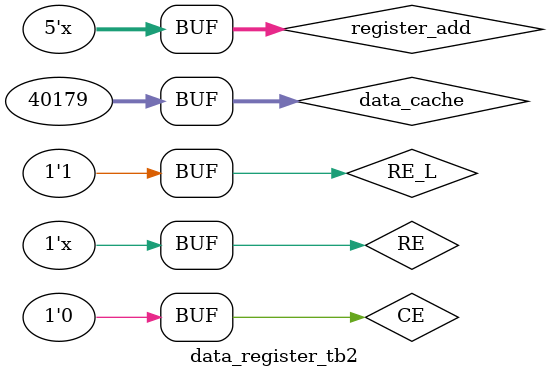
<source format=v>
`timescale 1ns/1ns
module data_register_tb2;
//读出测试
 reg RE;
 reg WE;
 reg RE_L;
 reg WE_L;
 reg CE;
 reg CLE;
 reg ALE;
 reg[4:0] register_add;
 reg[31:0] data_cache;
 wire data_io;
 wire[31:0] data_register;
 data_register U1(CLE,ALE,data_io,data_cache,data_register,RE,WE,CE,RE_L,WE_L,register_add);
 always
  #5 RE=!RE;
 initial
  begin
   CE=1;
   RE=1;
   RE_L=0;
   register_add=5'b11111;
   #10 CE=0;
       RE_L=1;
	   data_cache=32'b1001_1100_1111_0011;
	   //register_add=5'b00000;
   end
   
 always
  #10 register_add=register_add+1;
 
 endmodule
   
</source>
